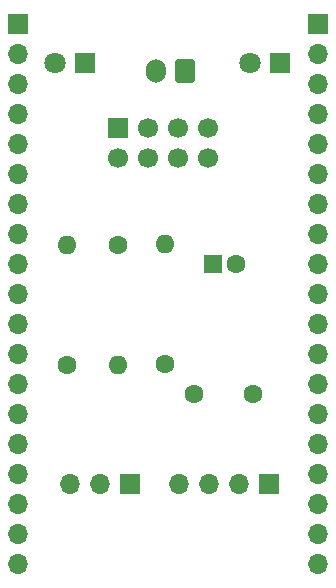
<source format=gbr>
%TF.GenerationSoftware,KiCad,Pcbnew,7.0.1*%
%TF.CreationDate,2023-04-19T22:29:49+02:00*%
%TF.ProjectId,OpenDTU_Breakout,4f70656e-4454-4555-9f42-7265616b6f75,rev?*%
%TF.SameCoordinates,Original*%
%TF.FileFunction,Soldermask,Bot*%
%TF.FilePolarity,Negative*%
%FSLAX46Y46*%
G04 Gerber Fmt 4.6, Leading zero omitted, Abs format (unit mm)*
G04 Created by KiCad (PCBNEW 7.0.1) date 2023-04-19 22:29:49*
%MOMM*%
%LPD*%
G01*
G04 APERTURE LIST*
G04 Aperture macros list*
%AMRoundRect*
0 Rectangle with rounded corners*
0 $1 Rounding radius*
0 $2 $3 $4 $5 $6 $7 $8 $9 X,Y pos of 4 corners*
0 Add a 4 corners polygon primitive as box body*
4,1,4,$2,$3,$4,$5,$6,$7,$8,$9,$2,$3,0*
0 Add four circle primitives for the rounded corners*
1,1,$1+$1,$2,$3*
1,1,$1+$1,$4,$5*
1,1,$1+$1,$6,$7*
1,1,$1+$1,$8,$9*
0 Add four rect primitives between the rounded corners*
20,1,$1+$1,$2,$3,$4,$5,0*
20,1,$1+$1,$4,$5,$6,$7,0*
20,1,$1+$1,$6,$7,$8,$9,0*
20,1,$1+$1,$8,$9,$2,$3,0*%
G04 Aperture macros list end*
%ADD10C,1.600000*%
%ADD11O,1.600000X1.600000*%
%ADD12R,1.600000X1.600000*%
%ADD13R,1.700000X1.700000*%
%ADD14O,1.700000X1.700000*%
%ADD15R,1.800000X1.800000*%
%ADD16C,1.800000*%
%ADD17C,1.700000*%
%ADD18RoundRect,0.250000X0.600000X0.750000X-0.600000X0.750000X-0.600000X-0.750000X0.600000X-0.750000X0*%
%ADD19O,1.700000X2.000000*%
G04 APERTURE END LIST*
D10*
%TO.C,R3*%
X129500000Y-104920000D03*
D11*
X129500000Y-115080000D03*
%TD*%
D10*
%TO.C,R2*%
X133500000Y-115000000D03*
D11*
X133500000Y-104840000D03*
%TD*%
D10*
%TO.C,R1*%
X125250000Y-115080000D03*
D11*
X125250000Y-104920000D03*
%TD*%
D12*
%TO.C,C1*%
X137544888Y-106500000D03*
D10*
X139544888Y-106500000D03*
%TD*%
%TO.C,C2*%
X136000000Y-117500000D03*
X141000000Y-117500000D03*
%TD*%
D13*
%TO.C,U1*%
X121075000Y-86190000D03*
D14*
X121075000Y-88730000D03*
X121075000Y-91270000D03*
X121075000Y-93810000D03*
X121075000Y-96350000D03*
X121075000Y-98890000D03*
X121075000Y-101430000D03*
X121075000Y-103970000D03*
X121075000Y-106510000D03*
X121075000Y-109050000D03*
X121075000Y-111590000D03*
X121075000Y-114130000D03*
X121075000Y-116670000D03*
X121075000Y-119210000D03*
X121075000Y-121750000D03*
X121075000Y-124290000D03*
X121075000Y-126830000D03*
X121075000Y-129370000D03*
X121075000Y-131910000D03*
X146475000Y-131910000D03*
X146475000Y-129370000D03*
X146475000Y-126830000D03*
X146475000Y-124290000D03*
X146475000Y-121750000D03*
X146475000Y-119210000D03*
X146475000Y-116670000D03*
X146475000Y-114130000D03*
X146475000Y-111590000D03*
X146475000Y-109050000D03*
X146475000Y-106510000D03*
X146475000Y-103970000D03*
X146475000Y-101430000D03*
X146475000Y-98890000D03*
X146475000Y-96350000D03*
X146475000Y-93810000D03*
X146475000Y-91270000D03*
X146475000Y-88730000D03*
D13*
X146475000Y-86190000D03*
%TD*%
D15*
%TO.C,D2*%
X143275000Y-89500000D03*
D16*
X140735000Y-89500000D03*
%TD*%
D13*
%TO.C,U2*%
X129500000Y-95000000D03*
D17*
X129500000Y-97540000D03*
X132040000Y-95000000D03*
X132040000Y-97540000D03*
X134580000Y-95000000D03*
X134580000Y-97540000D03*
X137120000Y-95000000D03*
X137120000Y-97540000D03*
%TD*%
D13*
%TO.C,J1*%
X142300000Y-125125000D03*
D14*
X139760000Y-125125000D03*
X137220000Y-125125000D03*
X134680000Y-125125000D03*
%TD*%
D18*
%TO.C,J2*%
X135250000Y-90170000D03*
D19*
X132750000Y-90170000D03*
%TD*%
D13*
%TO.C,J3*%
X130525000Y-125125000D03*
D14*
X127985000Y-125125000D03*
X125445000Y-125125000D03*
%TD*%
D15*
%TO.C,D1*%
X126775000Y-89500000D03*
D16*
X124235000Y-89500000D03*
%TD*%
M02*

</source>
